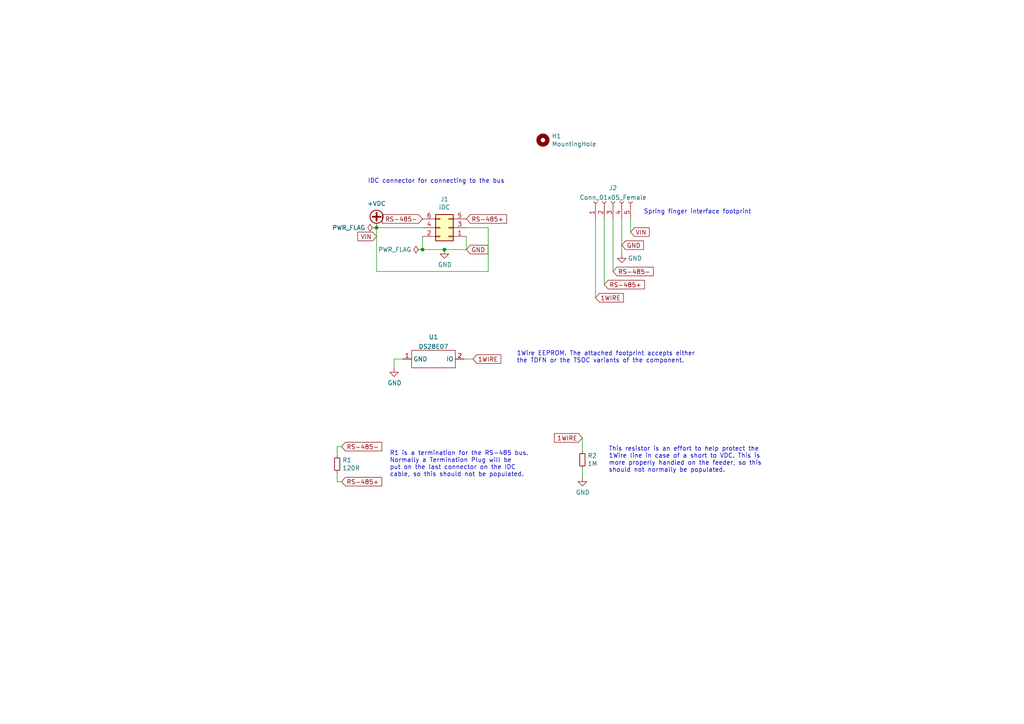
<source format=kicad_sch>
(kicad_sch (version 20230121) (generator eeschema)
  (paper "A4")
  (lib_symbols
    (symbol "Connector:Conn_01x05_Female" (pin_names (offset 1.016) hide)
      (property "Reference" "J" (at 0 7.62 0))
      (property "Value" "Conn_01x05_Female" (at 0 -7.62 0))
      (symbol "Conn_01x05_Female_1_1"
        (arc (start 0 -4.572) (mid -0.5058 -5.08) (end 0 -5.588) (stroke (width 0.1524)))
        (arc (start 0 -2.032) (mid -0.5058 -2.54) (end 0 -3.048) (stroke (width 0.1524)))
        (polyline (pts (xy -1.27 -5.08) (xy -0.508 -5.08)) (stroke (width 0.1524)))
        (polyline (pts (xy -1.27 -2.54) (xy -0.508 -2.54)) (stroke (width 0.1524)))
        (polyline (pts (xy -1.27 0) (xy -0.508 0)) (stroke (width 0.1524)))
        (polyline (pts (xy -1.27 2.54) (xy -0.508 2.54)) (stroke (width 0.1524)))
        (polyline (pts (xy -1.27 5.08) (xy -0.508 5.08)) (stroke (width 0.1524)))
        (arc (start 0 0.508) (mid -0.5058 0) (end 0 -0.508) (stroke (width 0.1524)))
        (arc (start 0 3.048) (mid -0.5058 2.54) (end 0 2.032) (stroke (width 0.1524)))
        (arc (start 0 5.588) (mid -0.5058 5.08) (end 0 4.572) (stroke (width 0.1524)))
        (pin passive line (at -5.08 5.08 0) (length 3.81) (name "Pin_1") (number "1"))
        (pin passive line (at -5.08 2.54 0) (length 3.81) (name "Pin_2") (number "2"))
        (pin passive line (at -5.08 0 0) (length 3.81) (name "Pin_3") (number "3"))
        (pin passive line (at -5.08 -2.54 0) (length 3.81) (name "Pin_4") (number "4"))
        (pin passive line (at -5.08 -5.08 0) (length 3.81) (name "Pin_5") (number "5"))
      )
    )
    (symbol "Connector_Generic:Conn_02x03_Odd_Even" (pin_names (offset 1.016) hide)
      (property "Reference" "J" (at 1.27 5.08 0))
      (property "Value" "Conn_02x03_Odd_Even" (at 1.27 -5.08 0))
      (symbol "Conn_02x03_Odd_Even_1_1"
        (rectangle (start -1.27 -2.413) (end 0 -2.667) (stroke (width 0.1524)))
        (rectangle (start -1.27 0.127) (end 0 -0.127) (stroke (width 0.1524)))
        (rectangle (start -1.27 2.667) (end 0 2.413) (stroke (width 0.1524)))
        (rectangle (start -1.27 3.81) (end 3.81 -3.81) (stroke (width 0.254)) (fill (type background)))
        (rectangle (start 3.81 -2.413) (end 2.54 -2.667) (stroke (width 0.1524)))
        (rectangle (start 3.81 0.127) (end 2.54 -0.127) (stroke (width 0.1524)))
        (rectangle (start 3.81 2.667) (end 2.54 2.413) (stroke (width 0.1524)))
        (pin passive line (at -5.08 2.54 0) (length 3.81) (name "Pin_1") (number "1"))
        (pin passive line (at 7.62 2.54 180) (length 3.81) (name "Pin_2") (number "2"))
        (pin passive line (at -5.08 0 0) (length 3.81) (name "Pin_3") (number "3"))
        (pin passive line (at 7.62 0 180) (length 3.81) (name "Pin_4") (number "4"))
        (pin passive line (at -5.08 -2.54 0) (length 3.81) (name "Pin_5") (number "5"))
        (pin passive line (at 7.62 -2.54 180) (length 3.81) (name "Pin_6") (number "6"))
      )
    )
    (symbol "Device:R_Small" (pin_numbers hide) (pin_names (offset 0.254) hide)
      (property "Reference" "R" (at 0.762 0.508 0))
      (property "Value" "R_Small" (at 0.762 -1.016 0))
      (symbol "R_Small_0_1"
        (rectangle (start -0.762 1.778) (end 0.762 -1.778) (stroke (width 0.2032)))
      )
      (symbol "R_Small_1_1"
        (pin passive line (at 0 2.54 270) (length 0.762) (name "~") (number "1"))
        (pin passive line (at 0 -2.54 90) (length 0.762) (name "~") (number "2"))
      )
    )
    (symbol "Mechanical:MountingHole" (pin_names (offset 1.016))
      (property "Reference" "H" (at 0 5.08 0))
      (property "Value" "MountingHole" (at 0 3.175 0))
      (symbol "MountingHole_0_1"
        (circle (center 0 0) (radius 1.27) (stroke (width 1.27)))
      )
    )
    (symbol "feeder:DS28E07"
      (property "Reference" "U" (at 0 -3.81 0))
      (property "Value" "DS28E07" (at 0 -1.27 0))
      (symbol "DS28E07_0_1"
        (rectangle (start -6.35 5.08) (end 6.35 0))
      )
      (symbol "DS28E07_1_1"
        (pin unspecified line (at -8.89 2.54 0) (length 2.54) (name "GND") (number "1"))
        (pin unspecified line (at 8.89 2.54 180) (length 2.54) (name "IO") (number "2"))
      )
    )
    (symbol "power:+VDC" (power) (pin_names (offset 0))
      (property "Value" "+VDC" (at 0 6.35 0))
      (symbol "+VDC_0_1"
        (polyline (pts (xy -1.143 3.175) (xy 1.143 3.175)) (stroke (width 0.508)))
        (polyline (pts (xy 0 0) (xy 0 1.27)))
        (polyline (pts (xy 0 2.032) (xy 0 4.318)) (stroke (width 0.508)))
        (circle (center 0 3.175) (radius 1.905) (stroke (width 0.254)))
      )
      (symbol "+VDC_1_1"
        (pin power_in line (at 0 0 90) (length 0) hide (name "+VDC") (number "1"))
      )
    )
    (symbol "power:GND" (power) (pin_names (offset 0))
      (property "Value" "GND" (at 0 -3.81 0))
      (symbol "GND_0_1"
        (polyline (pts (xy 0 0) (xy 0 -1.27) (xy 1.27 -1.27) (xy 0 -2.54) (xy -1.27 -1.27) (xy 0 -1.27)))
      )
      (symbol "GND_1_1"
        (pin power_in line (at 0 0 270) (length 0) hide (name "GND") (number "1"))
      )
    )
    (symbol "power:PWR_FLAG" (power) (pin_numbers hide) (pin_names (offset 0) hide)
      (property "Value" "PWR_FLAG" (at 0 3.81 0))
      (symbol "PWR_FLAG_0_0"
        (pin power_out line (at 0 0 90) (length 0) (name "pwr") (number "1"))
      )
      (symbol "PWR_FLAG_0_1"
        (polyline (pts (xy 0 0) (xy 0 1.27) (xy -1.016 1.905) (xy 0 2.54) (xy 1.016 1.905) (xy 0 1.27)))
      )
    )
  )
  (junction (at 122.555 72.39))
  (junction (at 128.905 72.39))
  (junction (at 109.22 66.04))
  (wire (pts (xy 141.605 66.04) (xy 135.255 66.04)))
  (wire (pts (xy 177.8 63.5) (xy 177.8 78.74)))
  (wire (pts (xy 168.91 127) (xy 168.91 130.81)))
  (wire (pts (xy 109.22 66.04) (xy 109.22 78.74)))
  (wire (pts (xy 122.555 72.39) (xy 128.905 72.39)))
  (wire (pts (xy 97.79 139.7) (xy 99.06 139.7)))
  (wire (pts (xy 141.605 78.74) (xy 141.605 66.04)))
  (wire (pts (xy 109.22 78.74) (xy 141.605 78.74)))
  (wire (pts (xy 97.79 137.16) (xy 97.79 139.7)))
  (wire (pts (xy 114.3 106.68) (xy 114.3 104.14)))
  (wire (pts (xy 175.26 63.5) (xy 175.26 82.55)))
  (wire (pts (xy 180.34 63.5) (xy 180.34 73.66)))
  (wire (pts (xy 172.72 63.5) (xy 172.72 86.36)))
  (wire (pts (xy 135.255 72.39) (xy 128.905 72.39)))
  (wire (pts (xy 114.3 104.14) (xy 116.84 104.14)))
  (wire (pts (xy 135.255 68.58) (xy 135.255 72.39)))
  (wire (pts (xy 134.62 104.14) (xy 137.16 104.14)))
  (wire (pts (xy 109.22 66.04) (xy 122.555 66.04)))
  (wire (pts (xy 122.555 68.58) (xy 122.555 72.39)))
  (wire (pts (xy 182.88 63.5) (xy 182.88 67.31)))
  (wire (pts (xy 99.06 129.54) (xy 97.79 129.54)))
  (wire (pts (xy 97.79 129.54) (xy 97.79 132.08)))
  (wire (pts (xy 168.91 135.89) (xy 168.91 138.43)))
  (text "R1 is a termination for the RS-485 bus.\nNormally a Termination Plug will be \nput on the last connector on the IDC\ncable, so this should not be populated." (at 113.03 138.43 0) (effects (font (size 1.27 1.27)) (justify left bottom)))
  (text "IDC connector for connecting to the bus" (at 106.68 53.34 0) (effects (font (size 1.27 1.27)) (justify left bottom)))
  (text "This resistor is an effort to help protect the\n1Wire line in case of a short to VDC. This is\nmore properly handled on the feeder, so this\nshould not normally be populated." (at 176.53 137.16 0) (effects (font (size 1.27 1.27)) (justify left bottom)))
  (text "Spring finger interface footprint" (at 186.69 62.23 0) (effects (font (size 1.27 1.27)) (justify left bottom)))
  (text "1Wire EEPROM. The attached footprint accepts either\nthe TDFN or the TSOC variants of the component." (at 149.86 105.41 0) (effects (font (size 1.27 1.27)) (justify left bottom)))
  (global_label "RS-485-" (shape input) (at 99.06 129.54 0) (property "Intersheetrefs" "${INTERSHEET_REFS}" (effects hide)))
  (global_label "RS-485-" (shape input) (at 122.555 63.5 180) (property "Intersheetrefs" "${INTERSHEET_REFS}" (effects hide)))
  (global_label "GND" (shape input) (at 180.34 71.12 0) (property "Intersheetrefs" "${INTERSHEET_REFS}" (effects hide)))
  (global_label "VIN" (shape input) (at 182.88 67.31 0) (property "Intersheetrefs" "${INTERSHEET_REFS}" (effects hide)))
  (global_label "RS-485-" (shape input) (at 177.8 78.74 0) (property "Intersheetrefs" "${INTERSHEET_REFS}" (effects hide)))
  (global_label "VIN" (shape input) (at 109.22 68.58 180) (property "Intersheetrefs" "${INTERSHEET_REFS}" (effects hide)))
  (global_label "1WIRE" (shape input) (at 168.91 127 180) (property "Intersheetrefs" "${INTERSHEET_REFS}" (effects hide)))
  (global_label "RS-485+" (shape input) (at 135.255 63.5 0) (property "Intersheetrefs" "${INTERSHEET_REFS}" (effects hide)))
  (global_label "GND" (shape input) (at 135.255 72.39 0) (property "Intersheetrefs" "${INTERSHEET_REFS}" (effects hide)))
  (global_label "RS-485+" (shape input) (at 175.26 82.55 0) (property "Intersheetrefs" "${INTERSHEET_REFS}" (effects hide)))
  (global_label "RS-485+" (shape input) (at 99.06 139.7 0) (property "Intersheetrefs" "${INTERSHEET_REFS}" (effects hide)))
  (global_label "1WIRE" (shape input) (at 172.72 86.36 0) (property "Intersheetrefs" "${INTERSHEET_REFS}" (effects hide)))
  (global_label "1WIRE" (shape input) (at 137.16 104.14 0) (property "Intersheetrefs" "${INTERSHEET_REFS}" (effects hide)))
  (symbol (lib_id "power:GND") (at 114.3 106.68 0) (unit 1)
    (property "Reference" "#PWR0101" (effects hide))
    (property "Value" "GND" (at 114.427 111.0742 0))
  )
  (symbol (lib_id "power:GND") (at 180.34 73.66 0) (unit 1)
    (property "Reference" "#PWR0102" (effects hide))
    (property "Value" "GND" (at 184.15 74.93 0))
  )
  (symbol (lib_id "power:GND") (at 128.905 72.39 0) (unit 1)
    (property "Reference" "#PWR0103" (effects hide))
    (property "Value" "GND" (at 129.032 76.7842 0))
  )
  (symbol (lib_id "power:+VDC") (at 109.22 66.04 0) (unit 1)
    (property "Reference" "#PWR0104" (effects hide))
    (property "Value" "+VDC" (at 109.22 59.055 0))
  )
  (symbol (lib_id "Connector_Generic:Conn_02x03_Odd_Even") (at 130.175 66.04 180) (unit 1)
    (property "Reference" "J1" (at 128.905 57.785 0))
    (property "Value" "IDC" (at 128.905 60.0964 0))
    (property "Footprint" "Connector_PinHeader_2.54mm:PinHeader_2x03_P2.54mm_Vertical" (effects hide))
    (property "Digikey" "732-5394-ND" (effects hide))
    (property "Mouser" "710-61200621621" (effects hide))
    (property "LCSC" "C601936" (effects hide))
    (property "JLCPCB" "C601936" (effects hide))
  )
  (symbol (lib_id "Mechanical:MountingHole") (at 157.48 40.64 0) (unit 1)
    (property "Reference" "H1" (at 160.02 39.4716 0) (effects (justify left)))
    (property "Value" "MountingHole" (at 160.02 41.783 0) (effects (justify left)))
    (property "Footprint" "MountingHole:MountingHole_3.2mm_M3" (effects hide))
  )
  (symbol (lib_id "Device:R_Small") (at 97.79 134.62 0) (unit 1)
    (property "Reference" "R1" (at 99.2886 133.4516 0) (effects (justify left)))
    (property "Value" "120R" (at 99.2886 135.763 0) (effects (justify left)))
    (property "Footprint" "Resistor_SMD:R_0805_2012Metric" (effects hide))
    (property "JLCPCB" "C17437" (effects hide))
    (property "LCSC" "C61683" (effects hide))
    (property "Digikey" "RMCF0805JT120RCT-ND" (effects hide))
    (property "Mouser" "652-CR0805FX-1200ELF" (effects hide))
  )
  (symbol (lib_id "power:PWR_FLAG") (at 109.22 66.04 90) (unit 1)
    (property "Reference" "#FLG0101" (effects hide))
    (property "Value" "PWR_FLAG" (at 105.9942 66.04 90) (effects (justify left)))
  )
  (symbol (lib_id "power:PWR_FLAG") (at 122.555 72.39 90) (unit 1)
    (property "Reference" "#FLG0102" (effects hide))
    (property "Value" "PWR_FLAG" (at 119.3292 72.39 90) (effects (justify left)))
  )
  (symbol (lib_id "Connector:Conn_01x05_Female") (at 177.8 58.42 90) (unit 1)
    (property "Reference" "J2" (at 177.8 54.5043 90))
    (property "Value" "Conn_01x05_Female" (at 177.8 57.2794 90))
    (property "Footprint" "feeder:AVX-915-005-541-Contact-Surface" (effects hide))
  )
  (symbol (lib_id "power:GND") (at 168.91 138.43 0) (unit 1)
    (property "Reference" "#PWR0105" (effects hide))
    (property "Value" "GND" (at 169.037 142.8242 0))
  )
  (symbol (lib_id "feeder:DS28E07") (at 125.73 106.68 0) (unit 1)
    (property "Reference" "U1" (at 125.73 97.7605 0))
    (property "Value" "DS28E07" (at 125.73 100.5356 0))
    (property "Footprint" "feeder:DS28E07_MULTI" (effects hide))
  )
  (symbol (lib_id "Device:R_Small") (at 168.91 133.35 0) (unit 1)
    (property "Reference" "R2" (at 170.4086 132.1816 0) (effects (justify left)))
    (property "Value" "1M" (at 170.4086 134.493 0) (effects (justify left)))
    (property "Footprint" "Resistor_SMD:R_0805_2012Metric" (effects hide))
    (property "JLCPCB" "C17437" (effects hide))
    (property "LCSC" "C61683" (effects hide))
    (property "Digikey" "RMCF0805JT120RCT-ND" (effects hide))
    (property "Mouser" "652-CR0805FX-1200ELF" (effects hide))
  )
)
</source>
